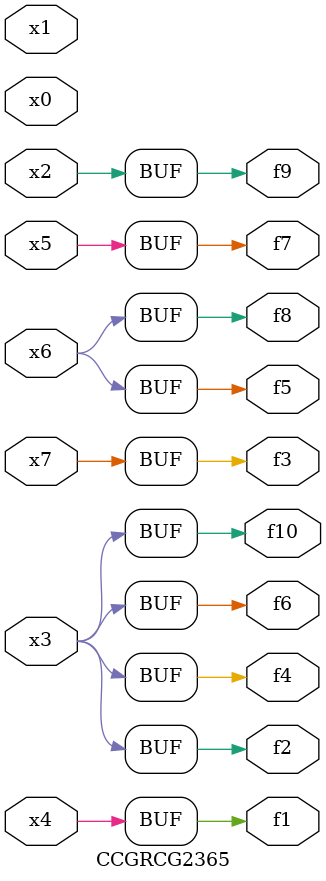
<source format=v>
module CCGRCG2365(
	input x0, x1, x2, x3, x4, x5, x6, x7,
	output f1, f2, f3, f4, f5, f6, f7, f8, f9, f10
);
	assign f1 = x4;
	assign f2 = x3;
	assign f3 = x7;
	assign f4 = x3;
	assign f5 = x6;
	assign f6 = x3;
	assign f7 = x5;
	assign f8 = x6;
	assign f9 = x2;
	assign f10 = x3;
endmodule

</source>
